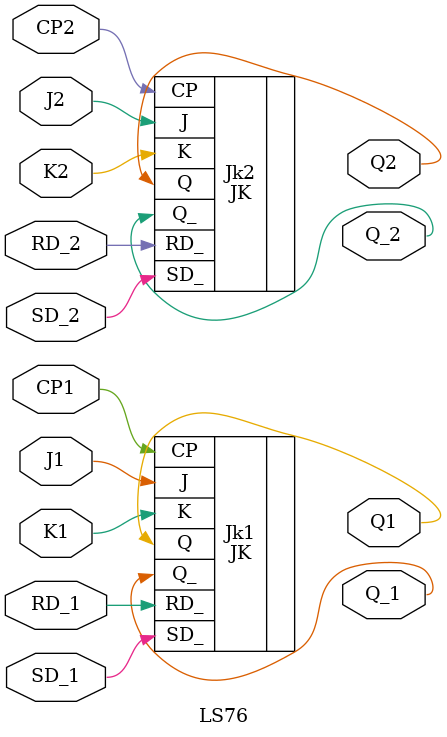
<source format=v>
`timescale 1ns / 1ps


module LS76(
        input CP1,CP2,J1,J2,K1,K2,SD_1,SD_2,RD_1,RD_2,
        output Q1,Q2,
        output Q_1,Q_2
    );

    JK Jk1(
        .SD_(SD_1),
        .RD_(RD_1),
        .CP(CP1),
        .J(J1),
        .K(K1),
        .Q(Q1),
        .Q_(Q_1)
    );
    JK Jk2(
        .SD_(SD_2),
        .RD_(RD_2),
        .CP(CP2),
        .J(J2),
        .K(K2),
        .Q(Q2),
        .Q_(Q_2)
    );


endmodule

</source>
